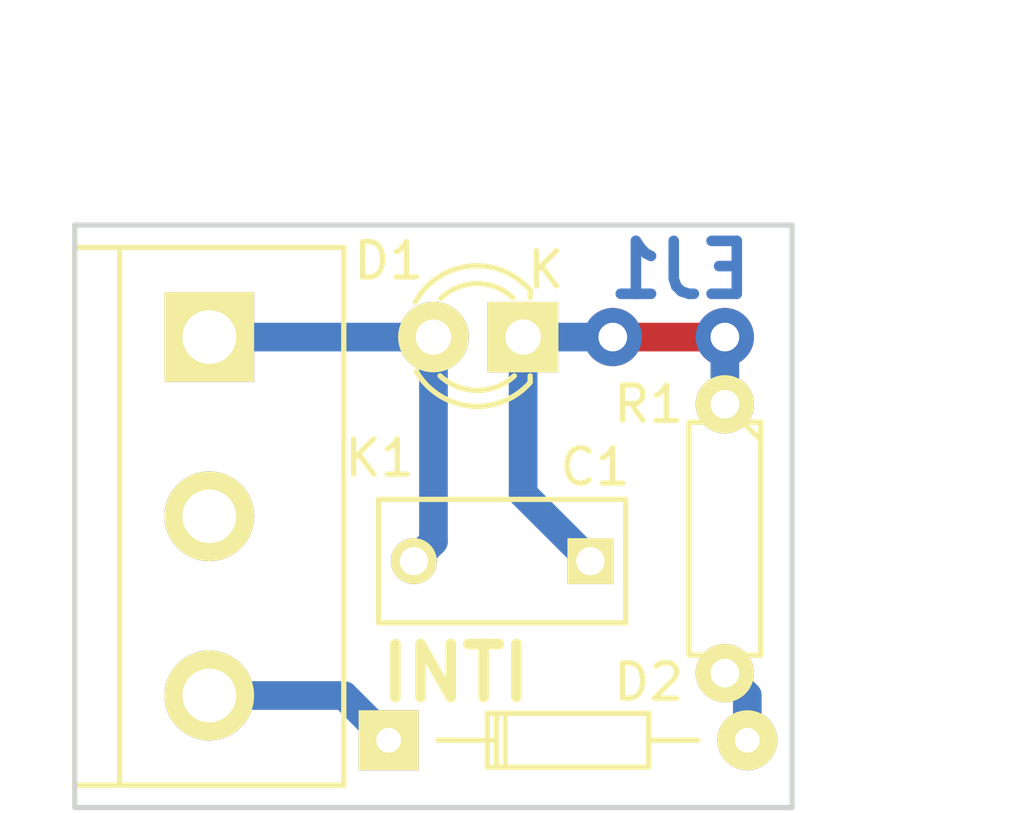
<source format=kicad_pcb>
(kicad_pcb (version 4) (host pcbnew "(2015-09-12 BZR 6188)-product")

  (general
    (links 6)
    (no_connects 0)
    (area 124.384999 87.554999 144.855001 104.215001)
    (thickness 1.6)
    (drawings 8)
    (tracks 14)
    (zones 0)
    (modules 5)
    (nets 5)
  )

  (page A4)
  (title_block
    (title "Curso Kicad - Intro ")
    (date 2015-11-16)
    (rev 1.0)
    (company "Instituto Nacional de Tecnología Industrial")
    (comment 1 INTI-CMNB)
    (comment 2 "Ejercicio 1")
  )

  (layers
    (0 F.Cu signal)
    (31 B.Cu signal)
    (32 B.Adhes user)
    (33 F.Adhes user)
    (34 B.Paste user)
    (35 F.Paste user)
    (36 B.SilkS user)
    (37 F.SilkS user)
    (38 B.Mask user)
    (39 F.Mask user)
    (40 Dwgs.User user)
    (41 Cmts.User user)
    (42 Eco1.User user)
    (43 Eco2.User user)
    (44 Edge.Cuts user)
    (45 Margin user)
    (46 B.CrtYd user)
    (47 F.CrtYd user)
    (48 B.Fab user)
    (49 F.Fab user)
  )

  (setup
    (last_trace_width 0.25)
    (user_trace_width 0.8128)
    (trace_clearance 0.889)
    (zone_clearance 0.508)
    (zone_45_only no)
    (trace_min 0.2)
    (segment_width 0.2)
    (edge_width 0.15)
    (via_size 0.6)
    (via_drill 0.4)
    (via_min_size 0.4)
    (via_min_drill 0.3)
    (user_via 1.651 0.8128)
    (uvia_size 0.3)
    (uvia_drill 0.1)
    (uvias_allowed no)
    (uvia_min_size 0)
    (uvia_min_drill 0)
    (pcb_text_width 0.3)
    (pcb_text_size 1.5 1.5)
    (mod_edge_width 0.15)
    (mod_text_size 1 1)
    (mod_text_width 0.15)
    (pad_size 1.524 1.524)
    (pad_drill 0.762)
    (pad_to_mask_clearance 0.2)
    (aux_axis_origin 0 0)
    (visible_elements 7FFEFFFF)
    (pcbplotparams
      (layerselection 0x00030_80000001)
      (usegerberextensions false)
      (excludeedgelayer true)
      (linewidth 0.100000)
      (plotframeref false)
      (viasonmask false)
      (mode 1)
      (useauxorigin false)
      (hpglpennumber 1)
      (hpglpenspeed 20)
      (hpglpendiameter 15)
      (hpglpenoverlay 2)
      (psnegative false)
      (psa4output false)
      (plotreference true)
      (plotvalue true)
      (plotinvisibletext false)
      (padsonsilk false)
      (subtractmaskfromsilk false)
      (outputformat 1)
      (mirror false)
      (drillshape 1)
      (scaleselection 1)
      (outputdirectory ""))
  )

  (net 0 "")
  (net 1 "Net-(C1-Pad1)")
  (net 2 "Net-(C1-Pad2)")
  (net 3 "Net-(D2-Pad2)")
  (net 4 "Net-(D2-Pad1)")

  (net_class Default "This is the default net class."
    (clearance 0.889)
    (trace_width 0.25)
    (via_dia 0.6)
    (via_drill 0.4)
    (uvia_dia 0.3)
    (uvia_drill 0.1)
    (add_net "Net-(C1-Pad1)")
    (add_net "Net-(C1-Pad2)")
    (add_net "Net-(D2-Pad1)")
    (add_net "Net-(D2-Pad2)")
  )

  (module footprints_ej1:C_Rect_L7_W3.5_P5 (layer F.Cu) (tedit 564A19DB) (tstamp 564A1778)
    (at 139.065 97.155 180)
    (descr "Film Capacitor Length 7mm x Width 3.5mm, Pitch 5mm")
    (tags Capacitor)
    (path /5638F4A6)
    (fp_text reference C1 (at -0.127 2.667 180) (layer F.SilkS)
      (effects (font (size 1 1) (thickness 0.15)))
    )
    (fp_text value "100 nF" (at 2.5 3 180) (layer F.Fab)
      (effects (font (size 1 1) (thickness 0.15)))
    )
    (fp_line (start -1.25 -2) (end 6.25 -2) (layer F.CrtYd) (width 0.05))
    (fp_line (start 6.25 -2) (end 6.25 2) (layer F.CrtYd) (width 0.05))
    (fp_line (start 6.25 2) (end -1.25 2) (layer F.CrtYd) (width 0.05))
    (fp_line (start -1.25 2) (end -1.25 -2) (layer F.CrtYd) (width 0.05))
    (fp_line (start -1 -1.75) (end 6 -1.75) (layer F.SilkS) (width 0.15))
    (fp_line (start 6 -1.75) (end 6 1.75) (layer F.SilkS) (width 0.15))
    (fp_line (start 6 1.75) (end -1 1.75) (layer F.SilkS) (width 0.15))
    (fp_line (start -1 1.75) (end -1 -1.75) (layer F.SilkS) (width 0.15))
    (pad 1 thru_hole rect (at 0 0 180) (size 1.3 1.3) (drill 0.8) (layers *.Cu *.Mask F.SilkS)
      (net 1 "Net-(C1-Pad1)"))
    (pad 2 thru_hole circle (at 5 0 180) (size 1.3 1.3) (drill 0.8) (layers *.Cu *.Mask F.SilkS)
      (net 2 "Net-(C1-Pad2)"))
    (model cnp_6mm_disc.wrl
      (at (xyz 0.1 0 0))
      (scale (xyz 1 1 1))
      (rotate (xyz 0 0 0))
    )
  )

  (module footprints_ej1:LED-3MM (layer F.Cu) (tedit 564A19E7) (tstamp 564A1789)
    (at 137.16 90.805 180)
    (descr "LED 3mm round vertical")
    (tags "LED  3mm round vertical")
    (path /564A13E0)
    (fp_text reference D1 (at 3.81 2.159 180) (layer F.SilkS)
      (effects (font (size 1 1) (thickness 0.15)))
    )
    (fp_text value "LED ROJO 5mm" (at 1.3 -2.9 180) (layer F.Fab)
      (effects (font (size 1 1) (thickness 0.15)))
    )
    (fp_line (start -1.2 2.3) (end 3.8 2.3) (layer F.CrtYd) (width 0.05))
    (fp_line (start 3.8 2.3) (end 3.8 -2.2) (layer F.CrtYd) (width 0.05))
    (fp_line (start 3.8 -2.2) (end -1.2 -2.2) (layer F.CrtYd) (width 0.05))
    (fp_line (start -1.2 -2.2) (end -1.2 2.3) (layer F.CrtYd) (width 0.05))
    (fp_line (start -0.199 1.314) (end -0.199 1.114) (layer F.SilkS) (width 0.15))
    (fp_line (start -0.199 -1.28) (end -0.199 -1.1) (layer F.SilkS) (width 0.15))
    (fp_arc (start 1.301 0.034) (end -0.199 -1.286) (angle 108.5) (layer F.SilkS) (width 0.15))
    (fp_arc (start 1.301 0.034) (end 0.25 -1.1) (angle 85.7) (layer F.SilkS) (width 0.15))
    (fp_arc (start 1.311 0.034) (end 3.051 0.994) (angle 110) (layer F.SilkS) (width 0.15))
    (fp_arc (start 1.301 0.034) (end 2.335 1.094) (angle 87.5) (layer F.SilkS) (width 0.15))
    (fp_text user K (at -0.635 1.905 180) (layer F.SilkS)
      (effects (font (size 1 1) (thickness 0.15)))
    )
    (pad 1 thru_hole rect (at 0 0 270) (size 2 2) (drill 1.00076) (layers *.Cu *.Mask F.SilkS)
      (net 1 "Net-(C1-Pad1)"))
    (pad 2 thru_hole circle (at 2.54 0 180) (size 2 2) (drill 1.00076) (layers *.Cu *.Mask F.SilkS)
      (net 2 "Net-(C1-Pad2)"))
    (model LED-3MM.wrl
      (at (xyz 0.05 0 0))
      (scale (xyz 1 1 1))
      (rotate (xyz 0 0 90))
    )
  )

  (module footprints_ej1:Diode_DO-35_SOD27_Horizontal_RM10 (layer F.Cu) (tedit 564A19D6) (tstamp 564A1798)
    (at 133.35 102.235)
    (descr "Diode, DO-35,  SOD27, Horizontal, RM 10mm")
    (tags "Diode, DO-35, SOD27, Horizontal, RM 10mm, 1N4148,")
    (path /5638F55C)
    (fp_text reference D2 (at 7.366 -1.651) (layer F.SilkS)
      (effects (font (size 1 1) (thickness 0.15)))
    )
    (fp_text value 1N4148 (at 4.41452 -3.55854) (layer F.Fab)
      (effects (font (size 1 1) (thickness 0.15)))
    )
    (fp_line (start 7.36652 -0.00254) (end 8.76352 -0.00254) (layer F.SilkS) (width 0.15))
    (fp_line (start 2.92152 -0.00254) (end 1.39752 -0.00254) (layer F.SilkS) (width 0.15))
    (fp_line (start 3.30252 -0.76454) (end 3.30252 0.75946) (layer F.SilkS) (width 0.15))
    (fp_line (start 3.04852 -0.76454) (end 3.04852 0.75946) (layer F.SilkS) (width 0.15))
    (fp_line (start 2.79452 -0.00254) (end 2.79452 0.75946) (layer F.SilkS) (width 0.15))
    (fp_line (start 2.79452 0.75946) (end 7.36652 0.75946) (layer F.SilkS) (width 0.15))
    (fp_line (start 7.36652 0.75946) (end 7.36652 -0.76454) (layer F.SilkS) (width 0.15))
    (fp_line (start 7.36652 -0.76454) (end 2.79452 -0.76454) (layer F.SilkS) (width 0.15))
    (fp_line (start 2.79452 -0.76454) (end 2.79452 -0.00254) (layer F.SilkS) (width 0.15))
    (pad 2 thru_hole circle (at 10.16052 -0.00254 180) (size 1.69926 1.69926) (drill 0.70104) (layers *.Cu *.Mask F.SilkS)
      (net 3 "Net-(D2-Pad2)"))
    (pad 1 thru_hole rect (at 0.00052 -0.00254 180) (size 1.69926 1.69926) (drill 0.70104) (layers *.Cu *.Mask F.SilkS)
      (net 4 "Net-(D2-Pad1)"))
    (model Diode_DO-35_SOD27_Horizontal_RM10.wrl
      (at (xyz 0.2 0 0))
      (scale (xyz 0.4 0.4 0.4))
      (rotate (xyz 0 0 180))
    )
  )

  (module footprints_ej1:bornier3 (layer F.Cu) (tedit 564A19E3) (tstamp 564A17A4)
    (at 128.27 95.885 270)
    (descr "Bornier d'alimentation 3 pins")
    (tags DEV)
    (path /5638F7EF)
    (fp_text reference K1 (at -1.651 -4.826 360) (layer F.SilkS)
      (effects (font (size 1 1) (thickness 0.15)))
    )
    (fp_text value CONN_3 (at 0 5.08 270) (layer F.Fab)
      (effects (font (size 1 1) (thickness 0.15)))
    )
    (fp_line (start -7.62 3.81) (end -7.62 -3.81) (layer F.SilkS) (width 0.15))
    (fp_line (start 7.62 3.81) (end 7.62 -3.81) (layer F.SilkS) (width 0.15))
    (fp_line (start -7.62 2.54) (end 7.62 2.54) (layer F.SilkS) (width 0.15))
    (fp_line (start -7.62 -3.81) (end 7.62 -3.81) (layer F.SilkS) (width 0.15))
    (fp_line (start -7.62 3.81) (end 7.62 3.81) (layer F.SilkS) (width 0.15))
    (pad 1 thru_hole rect (at -5.08 0 270) (size 2.54 2.54) (drill 1.524) (layers *.Cu *.Mask F.SilkS)
      (net 2 "Net-(C1-Pad2)"))
    (pad 2 thru_hole circle (at 0 0 270) (size 2.54 2.54) (drill 1.524) (layers *.Cu *.Mask F.SilkS))
    (pad 3 thru_hole circle (at 5.08 0 270) (size 2.54 2.54) (drill 1.524) (layers *.Cu *.Mask F.SilkS)
      (net 4 "Net-(D2-Pad1)"))
    (model bornier3.wrl
      (at (xyz 0 0 0))
      (scale (xyz 1 1 1))
      (rotate (xyz 0 0 0))
    )
  )

  (module footprints_ej1:R3-LARGE_PADS (layer F.Cu) (tedit 564A19D9) (tstamp 564A17B2)
    (at 142.875 96.52 270)
    (descr "Resitance 3 pas")
    (tags R)
    (path /5638F4E1)
    (fp_text reference R1 (at -3.81 2.159 360) (layer F.SilkS)
      (effects (font (size 1 1) (thickness 0.15)))
    )
    (fp_text value 100K (at 0 0 270) (layer F.Fab)
      (effects (font (size 1 1) (thickness 0.15)))
    )
    (fp_line (start -3.81 0) (end -3.302 0) (layer F.SilkS) (width 0.15))
    (fp_line (start 3.81 0) (end 3.302 0) (layer F.SilkS) (width 0.15))
    (fp_line (start 3.302 0) (end 3.302 -1.016) (layer F.SilkS) (width 0.15))
    (fp_line (start 3.302 -1.016) (end -3.302 -1.016) (layer F.SilkS) (width 0.15))
    (fp_line (start -3.302 -1.016) (end -3.302 1.016) (layer F.SilkS) (width 0.15))
    (fp_line (start -3.302 1.016) (end 3.302 1.016) (layer F.SilkS) (width 0.15))
    (fp_line (start 3.302 1.016) (end 3.302 0) (layer F.SilkS) (width 0.15))
    (fp_line (start -3.302 -0.508) (end -2.794 -1.016) (layer F.SilkS) (width 0.15))
    (pad 1 thru_hole circle (at -3.81 0 270) (size 1.651 1.651) (drill 0.8128) (layers *.Cu *.Mask F.SilkS)
      (net 1 "Net-(C1-Pad1)"))
    (pad 2 thru_hole circle (at 3.81 0 270) (size 1.651 1.651) (drill 0.8128) (layers *.Cu *.Mask F.SilkS)
      (net 3 "Net-(D2-Pad2)"))
    (model R3-LARGE_PADS.wrl
      (at (xyz 0 0 0))
      (scale (xyz 0.3 0.3 0.3))
      (rotate (xyz 0 0 0))
    )
  )

  (gr_text INTI (at 135.255 100.33) (layer F.SilkS)
    (effects (font (size 1.5 1.5) (thickness 0.3)))
  )
  (gr_text EJ1 (at 141.605 88.9) (layer B.Cu)
    (effects (font (size 1.5 1.5) (thickness 0.3)) (justify mirror))
  )
  (dimension 20.32 (width 0.3) (layer Dwgs.User)
    (gr_text 20,320mm (at 134.62 83.105001) (layer Dwgs.User)
      (effects (font (size 1.5 1.5) (thickness 0.3)))
    )
    (feature1 (pts (xy 124.46 87.63) (xy 124.46 81.755001)))
    (feature2 (pts (xy 144.78 87.63) (xy 144.78 81.755001)))
    (crossbar (pts (xy 144.78 84.455001) (xy 124.46 84.455001)))
    (arrow1a (pts (xy 124.46 84.455001) (xy 125.586504 83.86858)))
    (arrow1b (pts (xy 124.46 84.455001) (xy 125.586504 85.041422)))
    (arrow2a (pts (xy 144.78 84.455001) (xy 143.653496 83.86858)))
    (arrow2b (pts (xy 144.78 84.455001) (xy 143.653496 85.041422)))
  )
  (dimension 16.51 (width 0.3) (layer Dwgs.User)
    (gr_text 16,510mm (at 148.67 95.885 270) (layer Dwgs.User)
      (effects (font (size 1.5 1.5) (thickness 0.3)))
    )
    (feature1 (pts (xy 144.78 104.14) (xy 150.02 104.14)))
    (feature2 (pts (xy 144.78 87.63) (xy 150.02 87.63)))
    (crossbar (pts (xy 147.32 87.63) (xy 147.32 104.14)))
    (arrow1a (pts (xy 147.32 104.14) (xy 146.733579 103.013496)))
    (arrow1b (pts (xy 147.32 104.14) (xy 147.906421 103.013496)))
    (arrow2a (pts (xy 147.32 87.63) (xy 146.733579 88.756504)))
    (arrow2b (pts (xy 147.32 87.63) (xy 147.906421 88.756504)))
  )
  (gr_line (start 124.46 104.14) (end 124.46 87.63) (angle 90) (layer Edge.Cuts) (width 0.15))
  (gr_line (start 144.78 104.14) (end 124.46 104.14) (angle 90) (layer Edge.Cuts) (width 0.15))
  (gr_line (start 144.78 87.63) (end 144.78 104.14) (angle 90) (layer Edge.Cuts) (width 0.15))
  (gr_line (start 124.46 87.63) (end 144.78 87.63) (angle 90) (layer Edge.Cuts) (width 0.15))

  (segment (start 137.16 90.805) (end 139.7 90.805) (width 0.8128) (layer B.Cu) (net 1))
  (segment (start 142.875 90.805) (end 142.875 92.71) (width 0.8128) (layer B.Cu) (net 1) (tstamp 564A185B))
  (via (at 142.875 90.805) (size 1.651) (drill 0.8128) (layers F.Cu B.Cu) (net 1))
  (segment (start 139.7 90.805) (end 142.875 90.805) (width 0.8128) (layer F.Cu) (net 1) (tstamp 564A1858))
  (via (at 139.7 90.805) (size 1.651) (drill 0.8128) (layers F.Cu B.Cu) (net 1))
  (segment (start 137.16 90.805) (end 137.16 95.25) (width 0.8128) (layer B.Cu) (net 1))
  (segment (start 137.16 95.25) (end 139.065 97.155) (width 0.8128) (layer B.Cu) (net 1) (tstamp 564A1853))
  (segment (start 134.62 90.805) (end 134.62 96.6) (width 0.8128) (layer B.Cu) (net 2))
  (segment (start 134.62 96.6) (end 134.065 97.155) (width 0.8128) (layer B.Cu) (net 2) (tstamp 564A1850))
  (segment (start 128.27 90.805) (end 134.62 90.805) (width 0.8128) (layer B.Cu) (net 2))
  (segment (start 142.875 100.33) (end 143.51052 100.96552) (width 0.8128) (layer B.Cu) (net 3))
  (segment (start 143.51052 100.96552) (end 143.51052 102.23246) (width 0.8128) (layer B.Cu) (net 3) (tstamp 564A185E))
  (segment (start 133.35052 102.23246) (end 132.08306 100.965) (width 0.8128) (layer B.Cu) (net 4))
  (segment (start 132.08306 100.965) (end 128.27 100.965) (width 0.8128) (layer B.Cu) (net 4) (tstamp 564A1861))

)

</source>
